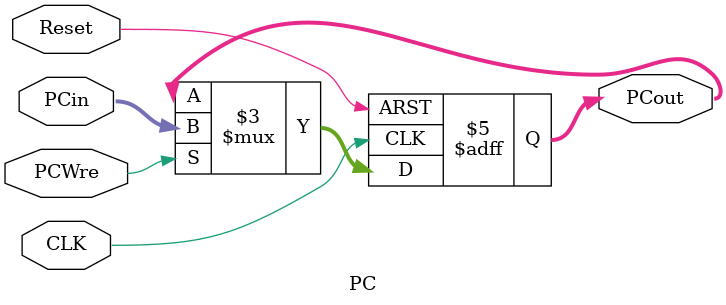
<source format=v>
`timescale 1ns / 1ps

module PC(
    input CLK,
    input Reset,
    input [31:0] PCin,
    input PCWre,
    output reg [31:0] PCout
    );
    always @(negedge Reset or negedge CLK) begin
        if (Reset == 0) PCout <= 0;
        else if (PCWre) PCout <= PCin;
    end
endmodule

</source>
